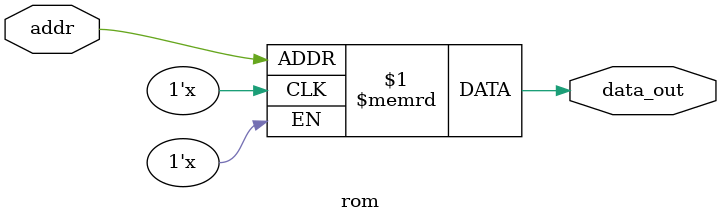
<source format=sv>
module rom #(
        parameter   DATA_W      = 1,
        parameter   NUM_WORDS   = 2,
        parameter   ADDR_W      = $clog2(NUM_WORDS)
    )(
        output  logic   [DATA_W-1:0]    data_out,
        input   logic   [ADDR_W-1:0]    addr
    );
    
    logic   [DATA_W-1:0]    mem [0:NUM_WORDS-1];
    
    assign  data_out    = mem[addr];
endmodule

</source>
